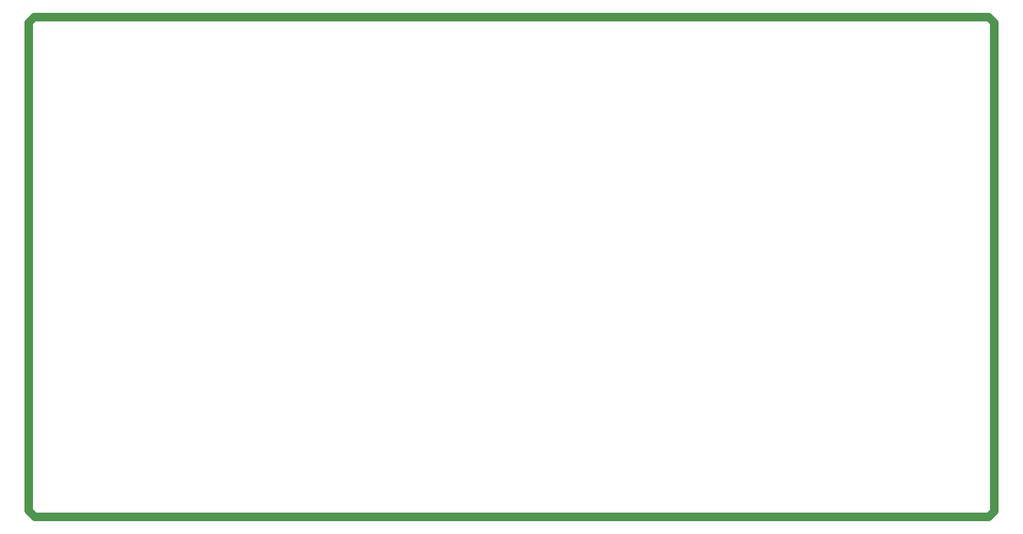
<source format=gm1>
G04*
G04 #@! TF.GenerationSoftware,Altium Limited,Altium Designer,21.2.1 (34)*
G04*
G04 Layer_Color=16711935*
%FSTAX24Y24*%
%MOIN*%
G70*
G04*
G04 #@! TF.SameCoordinates,F2E00263-BE93-4D19-96D2-DD2F20D6CEC5*
G04*
G04*
G04 #@! TF.FilePolarity,Positive*
G04*
G01*
G75*
%ADD88C,0.0472*%
D88*
X01035Y04995D02*
X0624D01*
X0627Y04965D01*
Y023D02*
Y04965D01*
X0624Y0227D02*
X0627Y023D01*
X0104Y0227D02*
X0624D01*
X01005Y02305D02*
X0104Y0227D01*
X01005Y02305D02*
Y04965D01*
X01035Y04995D01*
M02*

</source>
